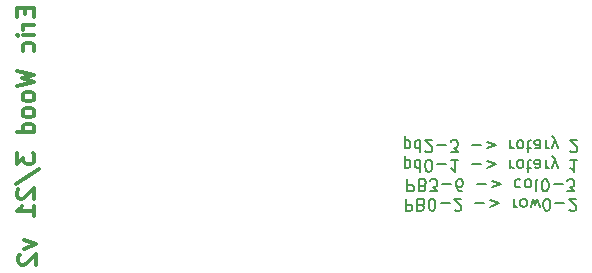
<source format=gbr>
%TF.GenerationSoftware,KiCad,Pcbnew,(5.1.9-0-10_14)*%
%TF.CreationDate,2021-03-23T22:47:06-06:00*%
%TF.ProjectId,macropad,6d616372-6f70-4616-942e-6b696361645f,rev?*%
%TF.SameCoordinates,Original*%
%TF.FileFunction,Legend,Bot*%
%TF.FilePolarity,Positive*%
%FSLAX46Y46*%
G04 Gerber Fmt 4.6, Leading zero omitted, Abs format (unit mm)*
G04 Created by KiCad (PCBNEW (5.1.9-0-10_14)) date 2021-03-23 22:47:06*
%MOMM*%
%LPD*%
G01*
G04 APERTURE LIST*
%ADD10C,0.300000*%
%ADD11C,0.150000*%
G04 APERTURE END LIST*
D10*
X120668171Y-99349771D02*
X121668171Y-99706914D01*
X120668171Y-100064057D01*
X120311028Y-100564057D02*
X120239600Y-100635485D01*
X120168171Y-100778342D01*
X120168171Y-101135485D01*
X120239600Y-101278342D01*
X120311028Y-101349771D01*
X120453885Y-101421200D01*
X120596742Y-101421200D01*
X120811028Y-101349771D01*
X121668171Y-100492628D01*
X121668171Y-101421200D01*
D11*
X152984523Y-95847619D02*
X152984523Y-96847619D01*
X153365476Y-96847619D01*
X153460714Y-96800000D01*
X153508333Y-96752380D01*
X153555952Y-96657142D01*
X153555952Y-96514285D01*
X153508333Y-96419047D01*
X153460714Y-96371428D01*
X153365476Y-96323809D01*
X152984523Y-96323809D01*
X154317857Y-96371428D02*
X154460714Y-96323809D01*
X154508333Y-96276190D01*
X154555952Y-96180952D01*
X154555952Y-96038095D01*
X154508333Y-95942857D01*
X154460714Y-95895238D01*
X154365476Y-95847619D01*
X153984523Y-95847619D01*
X153984523Y-96847619D01*
X154317857Y-96847619D01*
X154413095Y-96800000D01*
X154460714Y-96752380D01*
X154508333Y-96657142D01*
X154508333Y-96561904D01*
X154460714Y-96466666D01*
X154413095Y-96419047D01*
X154317857Y-96371428D01*
X153984523Y-96371428D01*
X155175000Y-96847619D02*
X155270238Y-96847619D01*
X155365476Y-96800000D01*
X155413095Y-96752380D01*
X155460714Y-96657142D01*
X155508333Y-96466666D01*
X155508333Y-96228571D01*
X155460714Y-96038095D01*
X155413095Y-95942857D01*
X155365476Y-95895238D01*
X155270238Y-95847619D01*
X155175000Y-95847619D01*
X155079761Y-95895238D01*
X155032142Y-95942857D01*
X154984523Y-96038095D01*
X154936904Y-96228571D01*
X154936904Y-96466666D01*
X154984523Y-96657142D01*
X155032142Y-96752380D01*
X155079761Y-96800000D01*
X155175000Y-96847619D01*
X155936904Y-96228571D02*
X156698809Y-96228571D01*
X157127380Y-96752380D02*
X157175000Y-96800000D01*
X157270238Y-96847619D01*
X157508333Y-96847619D01*
X157603571Y-96800000D01*
X157651190Y-96752380D01*
X157698809Y-96657142D01*
X157698809Y-96561904D01*
X157651190Y-96419047D01*
X157079761Y-95847619D01*
X157698809Y-95847619D01*
X158889285Y-96228571D02*
X159651190Y-96228571D01*
X160127380Y-96514285D02*
X160889285Y-96228571D01*
X160127380Y-95942857D01*
X162127380Y-95847619D02*
X162127380Y-96514285D01*
X162127380Y-96323809D02*
X162175000Y-96419047D01*
X162222619Y-96466666D01*
X162317857Y-96514285D01*
X162413095Y-96514285D01*
X162889285Y-95847619D02*
X162794047Y-95895238D01*
X162746428Y-95942857D01*
X162698809Y-96038095D01*
X162698809Y-96323809D01*
X162746428Y-96419047D01*
X162794047Y-96466666D01*
X162889285Y-96514285D01*
X163032142Y-96514285D01*
X163127380Y-96466666D01*
X163175000Y-96419047D01*
X163222619Y-96323809D01*
X163222619Y-96038095D01*
X163175000Y-95942857D01*
X163127380Y-95895238D01*
X163032142Y-95847619D01*
X162889285Y-95847619D01*
X163555952Y-96514285D02*
X163746428Y-95847619D01*
X163936904Y-96323809D01*
X164127380Y-95847619D01*
X164317857Y-96514285D01*
X164889285Y-96847619D02*
X164984523Y-96847619D01*
X165079761Y-96800000D01*
X165127380Y-96752380D01*
X165175000Y-96657142D01*
X165222619Y-96466666D01*
X165222619Y-96228571D01*
X165175000Y-96038095D01*
X165127380Y-95942857D01*
X165079761Y-95895238D01*
X164984523Y-95847619D01*
X164889285Y-95847619D01*
X164794047Y-95895238D01*
X164746428Y-95942857D01*
X164698809Y-96038095D01*
X164651190Y-96228571D01*
X164651190Y-96466666D01*
X164698809Y-96657142D01*
X164746428Y-96752380D01*
X164794047Y-96800000D01*
X164889285Y-96847619D01*
X165651190Y-96228571D02*
X166413095Y-96228571D01*
X166841666Y-96752380D02*
X166889285Y-96800000D01*
X166984523Y-96847619D01*
X167222619Y-96847619D01*
X167317857Y-96800000D01*
X167365476Y-96752380D01*
X167413095Y-96657142D01*
X167413095Y-96561904D01*
X167365476Y-96419047D01*
X166794047Y-95847619D01*
X167413095Y-95847619D01*
X153127380Y-94197619D02*
X153127380Y-95197619D01*
X153508333Y-95197619D01*
X153603571Y-95150000D01*
X153651190Y-95102380D01*
X153698809Y-95007142D01*
X153698809Y-94864285D01*
X153651190Y-94769047D01*
X153603571Y-94721428D01*
X153508333Y-94673809D01*
X153127380Y-94673809D01*
X154460714Y-94721428D02*
X154603571Y-94673809D01*
X154651190Y-94626190D01*
X154698809Y-94530952D01*
X154698809Y-94388095D01*
X154651190Y-94292857D01*
X154603571Y-94245238D01*
X154508333Y-94197619D01*
X154127380Y-94197619D01*
X154127380Y-95197619D01*
X154460714Y-95197619D01*
X154555952Y-95150000D01*
X154603571Y-95102380D01*
X154651190Y-95007142D01*
X154651190Y-94911904D01*
X154603571Y-94816666D01*
X154555952Y-94769047D01*
X154460714Y-94721428D01*
X154127380Y-94721428D01*
X155032142Y-95197619D02*
X155651190Y-95197619D01*
X155317857Y-94816666D01*
X155460714Y-94816666D01*
X155555952Y-94769047D01*
X155603571Y-94721428D01*
X155651190Y-94626190D01*
X155651190Y-94388095D01*
X155603571Y-94292857D01*
X155555952Y-94245238D01*
X155460714Y-94197619D01*
X155175000Y-94197619D01*
X155079761Y-94245238D01*
X155032142Y-94292857D01*
X156079761Y-94578571D02*
X156841666Y-94578571D01*
X157746428Y-95197619D02*
X157555952Y-95197619D01*
X157460714Y-95150000D01*
X157413095Y-95102380D01*
X157317857Y-94959523D01*
X157270238Y-94769047D01*
X157270238Y-94388095D01*
X157317857Y-94292857D01*
X157365476Y-94245238D01*
X157460714Y-94197619D01*
X157651190Y-94197619D01*
X157746428Y-94245238D01*
X157794047Y-94292857D01*
X157841666Y-94388095D01*
X157841666Y-94626190D01*
X157794047Y-94721428D01*
X157746428Y-94769047D01*
X157651190Y-94816666D01*
X157460714Y-94816666D01*
X157365476Y-94769047D01*
X157317857Y-94721428D01*
X157270238Y-94626190D01*
X159032142Y-94578571D02*
X159794047Y-94578571D01*
X160270238Y-94864285D02*
X161032142Y-94578571D01*
X160270238Y-94292857D01*
X162698809Y-94245238D02*
X162603571Y-94197619D01*
X162413095Y-94197619D01*
X162317857Y-94245238D01*
X162270238Y-94292857D01*
X162222619Y-94388095D01*
X162222619Y-94673809D01*
X162270238Y-94769047D01*
X162317857Y-94816666D01*
X162413095Y-94864285D01*
X162603571Y-94864285D01*
X162698809Y-94816666D01*
X163270238Y-94197619D02*
X163175000Y-94245238D01*
X163127380Y-94292857D01*
X163079761Y-94388095D01*
X163079761Y-94673809D01*
X163127380Y-94769047D01*
X163175000Y-94816666D01*
X163270238Y-94864285D01*
X163413095Y-94864285D01*
X163508333Y-94816666D01*
X163555952Y-94769047D01*
X163603571Y-94673809D01*
X163603571Y-94388095D01*
X163555952Y-94292857D01*
X163508333Y-94245238D01*
X163413095Y-94197619D01*
X163270238Y-94197619D01*
X164175000Y-94197619D02*
X164079761Y-94245238D01*
X164032142Y-94340476D01*
X164032142Y-95197619D01*
X164746428Y-95197619D02*
X164841666Y-95197619D01*
X164936904Y-95150000D01*
X164984523Y-95102380D01*
X165032142Y-95007142D01*
X165079761Y-94816666D01*
X165079761Y-94578571D01*
X165032142Y-94388095D01*
X164984523Y-94292857D01*
X164936904Y-94245238D01*
X164841666Y-94197619D01*
X164746428Y-94197619D01*
X164651190Y-94245238D01*
X164603571Y-94292857D01*
X164555952Y-94388095D01*
X164508333Y-94578571D01*
X164508333Y-94816666D01*
X164555952Y-95007142D01*
X164603571Y-95102380D01*
X164651190Y-95150000D01*
X164746428Y-95197619D01*
X165508333Y-94578571D02*
X166270238Y-94578571D01*
X166651190Y-95197619D02*
X167270238Y-95197619D01*
X166936904Y-94816666D01*
X167079761Y-94816666D01*
X167175000Y-94769047D01*
X167222619Y-94721428D01*
X167270238Y-94626190D01*
X167270238Y-94388095D01*
X167222619Y-94292857D01*
X167175000Y-94245238D01*
X167079761Y-94197619D01*
X166794047Y-94197619D01*
X166698809Y-94245238D01*
X166651190Y-94292857D01*
X152889285Y-93214285D02*
X152889285Y-92214285D01*
X152889285Y-93166666D02*
X152984523Y-93214285D01*
X153175000Y-93214285D01*
X153270238Y-93166666D01*
X153317857Y-93119047D01*
X153365476Y-93023809D01*
X153365476Y-92738095D01*
X153317857Y-92642857D01*
X153270238Y-92595238D01*
X153175000Y-92547619D01*
X152984523Y-92547619D01*
X152889285Y-92595238D01*
X154222619Y-92547619D02*
X154222619Y-93547619D01*
X154222619Y-92595238D02*
X154127380Y-92547619D01*
X153936904Y-92547619D01*
X153841666Y-92595238D01*
X153794047Y-92642857D01*
X153746428Y-92738095D01*
X153746428Y-93023809D01*
X153794047Y-93119047D01*
X153841666Y-93166666D01*
X153936904Y-93214285D01*
X154127380Y-93214285D01*
X154222619Y-93166666D01*
X154889285Y-93547619D02*
X154984523Y-93547619D01*
X155079761Y-93500000D01*
X155127380Y-93452380D01*
X155175000Y-93357142D01*
X155222619Y-93166666D01*
X155222619Y-92928571D01*
X155175000Y-92738095D01*
X155127380Y-92642857D01*
X155079761Y-92595238D01*
X154984523Y-92547619D01*
X154889285Y-92547619D01*
X154794047Y-92595238D01*
X154746428Y-92642857D01*
X154698809Y-92738095D01*
X154651190Y-92928571D01*
X154651190Y-93166666D01*
X154698809Y-93357142D01*
X154746428Y-93452380D01*
X154794047Y-93500000D01*
X154889285Y-93547619D01*
X155651190Y-92928571D02*
X156413095Y-92928571D01*
X157413095Y-92547619D02*
X156841666Y-92547619D01*
X157127380Y-92547619D02*
X157127380Y-93547619D01*
X157032142Y-93404761D01*
X156936904Y-93309523D01*
X156841666Y-93261904D01*
X158603571Y-92928571D02*
X159365476Y-92928571D01*
X159841666Y-93214285D02*
X160603571Y-92928571D01*
X159841666Y-92642857D01*
X161841666Y-92547619D02*
X161841666Y-93214285D01*
X161841666Y-93023809D02*
X161889285Y-93119047D01*
X161936904Y-93166666D01*
X162032142Y-93214285D01*
X162127380Y-93214285D01*
X162603571Y-92547619D02*
X162508333Y-92595238D01*
X162460714Y-92642857D01*
X162413095Y-92738095D01*
X162413095Y-93023809D01*
X162460714Y-93119047D01*
X162508333Y-93166666D01*
X162603571Y-93214285D01*
X162746428Y-93214285D01*
X162841666Y-93166666D01*
X162889285Y-93119047D01*
X162936904Y-93023809D01*
X162936904Y-92738095D01*
X162889285Y-92642857D01*
X162841666Y-92595238D01*
X162746428Y-92547619D01*
X162603571Y-92547619D01*
X163222619Y-93214285D02*
X163603571Y-93214285D01*
X163365476Y-93547619D02*
X163365476Y-92690476D01*
X163413095Y-92595238D01*
X163508333Y-92547619D01*
X163603571Y-92547619D01*
X164365476Y-92547619D02*
X164365476Y-93071428D01*
X164317857Y-93166666D01*
X164222619Y-93214285D01*
X164032142Y-93214285D01*
X163936904Y-93166666D01*
X164365476Y-92595238D02*
X164270238Y-92547619D01*
X164032142Y-92547619D01*
X163936904Y-92595238D01*
X163889285Y-92690476D01*
X163889285Y-92785714D01*
X163936904Y-92880952D01*
X164032142Y-92928571D01*
X164270238Y-92928571D01*
X164365476Y-92976190D01*
X164841666Y-92547619D02*
X164841666Y-93214285D01*
X164841666Y-93023809D02*
X164889285Y-93119047D01*
X164936904Y-93166666D01*
X165032142Y-93214285D01*
X165127380Y-93214285D01*
X165365476Y-93214285D02*
X165603571Y-92547619D01*
X165841666Y-93214285D02*
X165603571Y-92547619D01*
X165508333Y-92309523D01*
X165460714Y-92261904D01*
X165365476Y-92214285D01*
X167508333Y-92547619D02*
X166936904Y-92547619D01*
X167222619Y-92547619D02*
X167222619Y-93547619D01*
X167127380Y-93404761D01*
X167032142Y-93309523D01*
X166936904Y-93261904D01*
X152889285Y-91564285D02*
X152889285Y-90564285D01*
X152889285Y-91516666D02*
X152984523Y-91564285D01*
X153175000Y-91564285D01*
X153270238Y-91516666D01*
X153317857Y-91469047D01*
X153365476Y-91373809D01*
X153365476Y-91088095D01*
X153317857Y-90992857D01*
X153270238Y-90945238D01*
X153175000Y-90897619D01*
X152984523Y-90897619D01*
X152889285Y-90945238D01*
X154222619Y-90897619D02*
X154222619Y-91897619D01*
X154222619Y-90945238D02*
X154127380Y-90897619D01*
X153936904Y-90897619D01*
X153841666Y-90945238D01*
X153794047Y-90992857D01*
X153746428Y-91088095D01*
X153746428Y-91373809D01*
X153794047Y-91469047D01*
X153841666Y-91516666D01*
X153936904Y-91564285D01*
X154127380Y-91564285D01*
X154222619Y-91516666D01*
X154651190Y-91802380D02*
X154698809Y-91850000D01*
X154794047Y-91897619D01*
X155032142Y-91897619D01*
X155127380Y-91850000D01*
X155175000Y-91802380D01*
X155222619Y-91707142D01*
X155222619Y-91611904D01*
X155175000Y-91469047D01*
X154603571Y-90897619D01*
X155222619Y-90897619D01*
X155651190Y-91278571D02*
X156413095Y-91278571D01*
X156794047Y-91897619D02*
X157413095Y-91897619D01*
X157079761Y-91516666D01*
X157222619Y-91516666D01*
X157317857Y-91469047D01*
X157365476Y-91421428D01*
X157413095Y-91326190D01*
X157413095Y-91088095D01*
X157365476Y-90992857D01*
X157317857Y-90945238D01*
X157222619Y-90897619D01*
X156936904Y-90897619D01*
X156841666Y-90945238D01*
X156794047Y-90992857D01*
X158603571Y-91278571D02*
X159365476Y-91278571D01*
X159841666Y-91564285D02*
X160603571Y-91278571D01*
X159841666Y-90992857D01*
X161841666Y-90897619D02*
X161841666Y-91564285D01*
X161841666Y-91373809D02*
X161889285Y-91469047D01*
X161936904Y-91516666D01*
X162032142Y-91564285D01*
X162127380Y-91564285D01*
X162603571Y-90897619D02*
X162508333Y-90945238D01*
X162460714Y-90992857D01*
X162413095Y-91088095D01*
X162413095Y-91373809D01*
X162460714Y-91469047D01*
X162508333Y-91516666D01*
X162603571Y-91564285D01*
X162746428Y-91564285D01*
X162841666Y-91516666D01*
X162889285Y-91469047D01*
X162936904Y-91373809D01*
X162936904Y-91088095D01*
X162889285Y-90992857D01*
X162841666Y-90945238D01*
X162746428Y-90897619D01*
X162603571Y-90897619D01*
X163222619Y-91564285D02*
X163603571Y-91564285D01*
X163365476Y-91897619D02*
X163365476Y-91040476D01*
X163413095Y-90945238D01*
X163508333Y-90897619D01*
X163603571Y-90897619D01*
X164365476Y-90897619D02*
X164365476Y-91421428D01*
X164317857Y-91516666D01*
X164222619Y-91564285D01*
X164032142Y-91564285D01*
X163936904Y-91516666D01*
X164365476Y-90945238D02*
X164270238Y-90897619D01*
X164032142Y-90897619D01*
X163936904Y-90945238D01*
X163889285Y-91040476D01*
X163889285Y-91135714D01*
X163936904Y-91230952D01*
X164032142Y-91278571D01*
X164270238Y-91278571D01*
X164365476Y-91326190D01*
X164841666Y-90897619D02*
X164841666Y-91564285D01*
X164841666Y-91373809D02*
X164889285Y-91469047D01*
X164936904Y-91516666D01*
X165032142Y-91564285D01*
X165127380Y-91564285D01*
X165365476Y-91564285D02*
X165603571Y-90897619D01*
X165841666Y-91564285D02*
X165603571Y-90897619D01*
X165508333Y-90659523D01*
X165460714Y-90611904D01*
X165365476Y-90564285D01*
X166936904Y-91802380D02*
X166984523Y-91850000D01*
X167079761Y-91897619D01*
X167317857Y-91897619D01*
X167413095Y-91850000D01*
X167460714Y-91802380D01*
X167508333Y-91707142D01*
X167508333Y-91611904D01*
X167460714Y-91469047D01*
X166889285Y-90897619D01*
X167508333Y-90897619D01*
D10*
X120767857Y-79725000D02*
X120767857Y-80225000D01*
X121553571Y-80439285D02*
X121553571Y-79725000D01*
X120053571Y-79725000D01*
X120053571Y-80439285D01*
X121553571Y-81082142D02*
X120553571Y-81082142D01*
X120839285Y-81082142D02*
X120696428Y-81153571D01*
X120625000Y-81225000D01*
X120553571Y-81367857D01*
X120553571Y-81510714D01*
X121553571Y-82010714D02*
X120553571Y-82010714D01*
X120053571Y-82010714D02*
X120125000Y-81939285D01*
X120196428Y-82010714D01*
X120125000Y-82082142D01*
X120053571Y-82010714D01*
X120196428Y-82010714D01*
X121482142Y-83367857D02*
X121553571Y-83225000D01*
X121553571Y-82939285D01*
X121482142Y-82796428D01*
X121410714Y-82725000D01*
X121267857Y-82653571D01*
X120839285Y-82653571D01*
X120696428Y-82725000D01*
X120625000Y-82796428D01*
X120553571Y-82939285D01*
X120553571Y-83225000D01*
X120625000Y-83367857D01*
X120053571Y-85010714D02*
X121553571Y-85367857D01*
X120482142Y-85653571D01*
X121553571Y-85939285D01*
X120053571Y-86296428D01*
X121553571Y-87082142D02*
X121482142Y-86939285D01*
X121410714Y-86867857D01*
X121267857Y-86796428D01*
X120839285Y-86796428D01*
X120696428Y-86867857D01*
X120625000Y-86939285D01*
X120553571Y-87082142D01*
X120553571Y-87296428D01*
X120625000Y-87439285D01*
X120696428Y-87510714D01*
X120839285Y-87582142D01*
X121267857Y-87582142D01*
X121410714Y-87510714D01*
X121482142Y-87439285D01*
X121553571Y-87296428D01*
X121553571Y-87082142D01*
X121553571Y-88439285D02*
X121482142Y-88296428D01*
X121410714Y-88225000D01*
X121267857Y-88153571D01*
X120839285Y-88153571D01*
X120696428Y-88225000D01*
X120625000Y-88296428D01*
X120553571Y-88439285D01*
X120553571Y-88653571D01*
X120625000Y-88796428D01*
X120696428Y-88867857D01*
X120839285Y-88939285D01*
X121267857Y-88939285D01*
X121410714Y-88867857D01*
X121482142Y-88796428D01*
X121553571Y-88653571D01*
X121553571Y-88439285D01*
X121553571Y-90225000D02*
X120053571Y-90225000D01*
X121482142Y-90225000D02*
X121553571Y-90082142D01*
X121553571Y-89796428D01*
X121482142Y-89653571D01*
X121410714Y-89582142D01*
X121267857Y-89510714D01*
X120839285Y-89510714D01*
X120696428Y-89582142D01*
X120625000Y-89653571D01*
X120553571Y-89796428D01*
X120553571Y-90082142D01*
X120625000Y-90225000D01*
X120053571Y-91939285D02*
X120053571Y-92867857D01*
X120625000Y-92367857D01*
X120625000Y-92582142D01*
X120696428Y-92725000D01*
X120767857Y-92796428D01*
X120910714Y-92867857D01*
X121267857Y-92867857D01*
X121410714Y-92796428D01*
X121482142Y-92725000D01*
X121553571Y-92582142D01*
X121553571Y-92153571D01*
X121482142Y-92010714D01*
X121410714Y-91939285D01*
X119982142Y-94582142D02*
X121910714Y-93296428D01*
X120196428Y-95010714D02*
X120125000Y-95082142D01*
X120053571Y-95225000D01*
X120053571Y-95582142D01*
X120125000Y-95725000D01*
X120196428Y-95796428D01*
X120339285Y-95867857D01*
X120482142Y-95867857D01*
X120696428Y-95796428D01*
X121553571Y-94939285D01*
X121553571Y-95867857D01*
X121553571Y-97296428D02*
X121553571Y-96439285D01*
X121553571Y-96867857D02*
X120053571Y-96867857D01*
X120267857Y-96725000D01*
X120410714Y-96582142D01*
X120482142Y-96439285D01*
M02*

</source>
